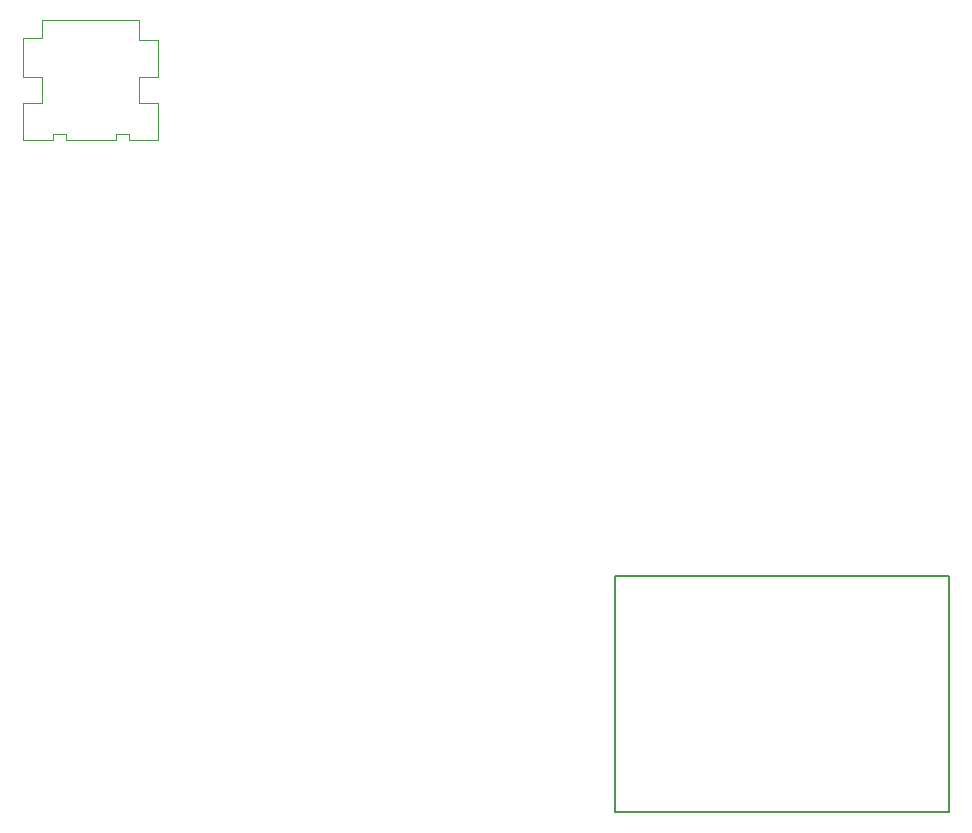
<source format=gbr>
%TF.GenerationSoftware,Altium Limited,Altium NEXUS,2.1.9 (83)*%
G04 Layer_Color=0*
%FSLAX44Y44*%
%MOMM*%
%TF.FileFunction,Other,Mechanical_16*%
%TF.Part,Single*%
G01*
G75*
%TA.AperFunction,NonConductor*%
%ADD58C,0.1270*%
%ADD121C,0.0500*%
D58*
X1361000Y37000D02*
Y237000D01*
X1078500Y37000D02*
X1361000D01*
X1078500D02*
Y237000D01*
X1361000D01*
D121*
X675898Y637300D02*
Y659800D01*
X691898D01*
Y691100D01*
X675898D02*
X691898D01*
X675898D02*
Y708300D01*
X593698D02*
X675898D01*
X593698Y692300D02*
Y708300D01*
X577697Y692300D02*
X593698D01*
X577697Y659800D02*
Y692300D01*
Y659800D02*
X593698D01*
Y637300D02*
Y659800D01*
X577697Y637300D02*
X593698D01*
X577697Y606300D02*
Y637300D01*
Y606300D02*
X602697D01*
Y611300D01*
X613797D01*
Y606300D02*
Y611300D01*
Y606300D02*
X655798D01*
Y611300D01*
X666898D01*
Y606300D02*
Y611300D01*
Y606300D02*
X691898D01*
Y637300D01*
X675898D02*
X691898D01*
%TF.MD5,7362afd24717955405743832c6e3ffe4*%
M02*

</source>
